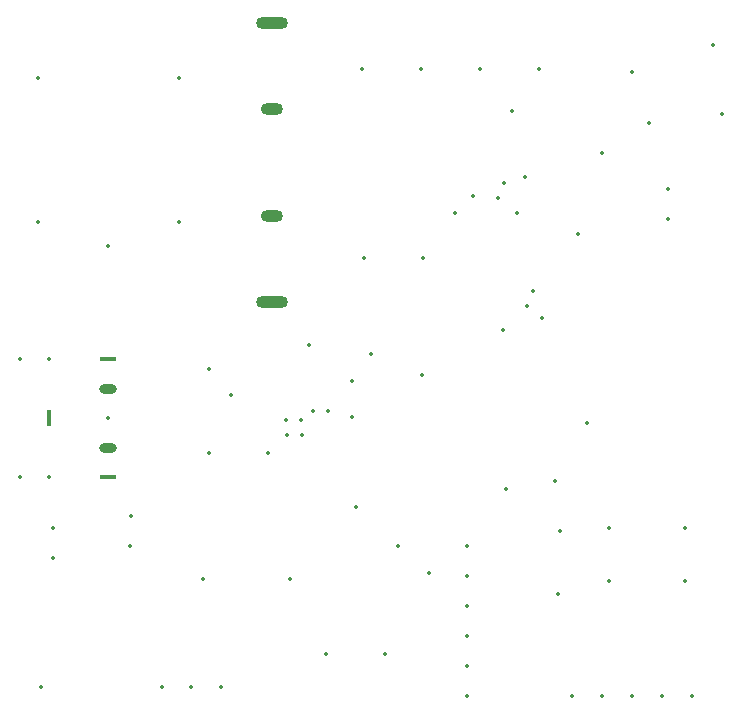
<source format=gbo>
%TF.GenerationSoftware,KiCad,Pcbnew,7.0.8-7.0.8~ubuntu20.04.1*%
%TF.CreationDate,2023-11-01T16:16:35+05:30*%
%TF.ProjectId,WLED_V0.1,574c4544-5f56-4302-9e31-2e6b69636164,rev?*%
%TF.SameCoordinates,Original*%
%TF.FileFunction,Legend,Bot*%
%TF.FilePolarity,Positive*%
%FSLAX46Y46*%
G04 Gerber Fmt 4.6, Leading zero omitted, Abs format (unit mm)*
G04 Created by KiCad (PCBNEW 7.0.8-7.0.8~ubuntu20.04.1) date 2023-11-01 16:16:35*
%MOMM*%
%LPD*%
G01*
G04 APERTURE LIST*
%ADD10C,0.350000*%
%ADD11O,0.400000X1.400000*%
%ADD12O,1.400000X0.400000*%
%ADD13O,1.500000X0.800000*%
%ADD14O,2.710000X1.020000*%
%ADD15O,1.870000X1.020000*%
G04 APERTURE END LIST*
D10*
X106553000Y-89154000D03*
X105283000Y-89154000D03*
X102997000Y-89916000D03*
X104267000Y-89916000D03*
X139904000Y-64022000D03*
X123190000Y-69342000D03*
X122152351Y-63775649D03*
X108535000Y-89676000D03*
X96470000Y-92724000D03*
X104902000Y-83566000D03*
X122505000Y-72399000D03*
X125983996Y-104648000D03*
X95962000Y-103392000D03*
X110186000Y-84342000D03*
X103074000Y-91200000D03*
X96470000Y-85612000D03*
X120912365Y-71137671D03*
X101431607Y-92715393D03*
X108560000Y-86628000D03*
X112472000Y-100598000D03*
X118822000Y-71002000D03*
X89739000Y-100598000D03*
X133692327Y-64806000D03*
X104344000Y-91200000D03*
X132284000Y-60466000D03*
X117298000Y-72399000D03*
X108916000Y-97296000D03*
X89866000Y-98058000D03*
X126188000Y-99328000D03*
X125744000Y-95073998D03*
X98298000Y-87797998D03*
X121362000Y-82296000D03*
X121412000Y-69850000D03*
X128469347Y-90179347D03*
X123902000Y-79008000D03*
X124664000Y-81294000D03*
X123398653Y-80273347D03*
X114504000Y-86120000D03*
X121616000Y-95772000D03*
X135332000Y-70372000D03*
X135332000Y-72912000D03*
X129744006Y-67324000D03*
X127712000Y-74182000D03*
X103328000Y-103392000D03*
X115062000Y-102870000D03*
X118314000Y-100598000D03*
X118314000Y-103138000D03*
X118314000Y-105678000D03*
X118314000Y-108218000D03*
X118314000Y-110758000D03*
X118314000Y-113298000D03*
X83262000Y-101614000D03*
X83262000Y-99074000D03*
X139142000Y-58180000D03*
X130304000Y-99110000D03*
X136804000Y-99110000D03*
X130304000Y-103610000D03*
X136804000Y-103610000D03*
X94946000Y-112536000D03*
X92446000Y-112536000D03*
X97446000Y-112536000D03*
X137364000Y-113298000D03*
X134824000Y-113298000D03*
X132284000Y-113298000D03*
X129744000Y-113298000D03*
X127204000Y-113298000D03*
X82943000Y-84803000D03*
X80443000Y-84803000D03*
X87943000Y-89803000D03*
X82943000Y-94803000D03*
X80443000Y-94803000D03*
D11*
X82943000Y-89803000D03*
D12*
X87943000Y-84803000D03*
D13*
X87943000Y-87303000D03*
D12*
X87943000Y-94803000D03*
D13*
X87943000Y-92303000D03*
D10*
X82246000Y-112536000D03*
X124447000Y-60211000D03*
X119447000Y-60211000D03*
X114447000Y-60211000D03*
X109447000Y-60211000D03*
X87948000Y-75189500D03*
X93948000Y-73189500D03*
X93948000Y-60989500D03*
X81948000Y-60989500D03*
X81948000Y-73189500D03*
X106405000Y-109742000D03*
X111405000Y-109742000D03*
D14*
X101804000Y-56308000D03*
D15*
X101804000Y-63578000D03*
X101804000Y-72658000D03*
D14*
X101804000Y-79928000D03*
D10*
X109596323Y-76214000D03*
X114596323Y-76214000D03*
M02*

</source>
